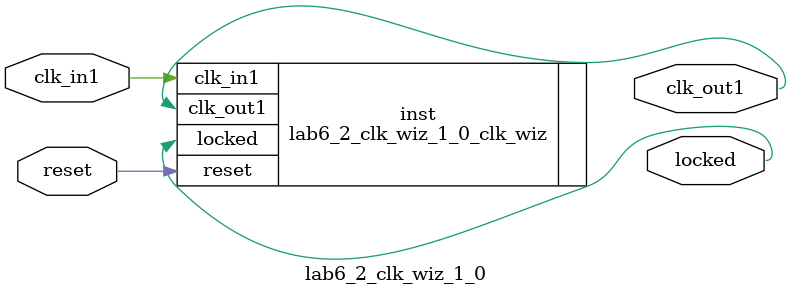
<source format=v>


`timescale 1ps/1ps

(* CORE_GENERATION_INFO = "lab6_2_clk_wiz_1_0,clk_wiz_v6_0_11_0_0,{component_name=lab6_2_clk_wiz_1_0,use_phase_alignment=true,use_min_o_jitter=false,use_max_i_jitter=false,use_dyn_phase_shift=false,use_inclk_switchover=false,use_dyn_reconfig=false,enable_axi=0,feedback_source=FDBK_AUTO,PRIMITIVE=MMCM,num_out_clk=1,clkin1_period=10.000,clkin2_period=10.000,use_power_down=false,use_reset=true,use_locked=true,use_inclk_stopped=false,feedback_type=SINGLE,CLOCK_MGR_TYPE=NA,manual_override=false}" *)

module lab6_2_clk_wiz_1_0 
 (
  // Clock out ports
  output        clk_out1,
  // Status and control signals
  input         reset,
  output        locked,
 // Clock in ports
  input         clk_in1
 );

  lab6_2_clk_wiz_1_0_clk_wiz inst
  (
  // Clock out ports  
  .clk_out1(clk_out1),
  // Status and control signals               
  .reset(reset), 
  .locked(locked),
 // Clock in ports
  .clk_in1(clk_in1)
  );

endmodule

</source>
